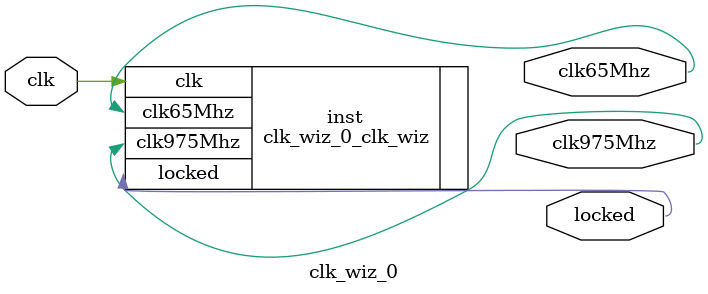
<source format=v>


`timescale 1ps/1ps

(* CORE_GENERATION_INFO = "clk_wiz_0,clk_wiz_v6_0_9_0_0,{component_name=clk_wiz_0,use_phase_alignment=true,use_min_o_jitter=false,use_max_i_jitter=false,use_dyn_phase_shift=false,use_inclk_switchover=false,use_dyn_reconfig=false,enable_axi=0,feedback_source=FDBK_AUTO,PRIMITIVE=MMCM,num_out_clk=2,clkin1_period=10.000,clkin2_period=10.000,use_power_down=false,use_reset=false,use_locked=true,use_inclk_stopped=false,feedback_type=SINGLE,CLOCK_MGR_TYPE=NA,manual_override=false}" *)

module clk_wiz_0 
 (
  // Clock out ports
  output        clk975Mhz,
  output        clk65Mhz,
  // Status and control signals
  output        locked,
 // Clock in ports
  input         clk
 );

  clk_wiz_0_clk_wiz inst
  (
  // Clock out ports  
  .clk975Mhz(clk975Mhz),
  .clk65Mhz(clk65Mhz),
  // Status and control signals               
  .locked(locked),
 // Clock in ports
  .clk(clk)
  );

endmodule

</source>
